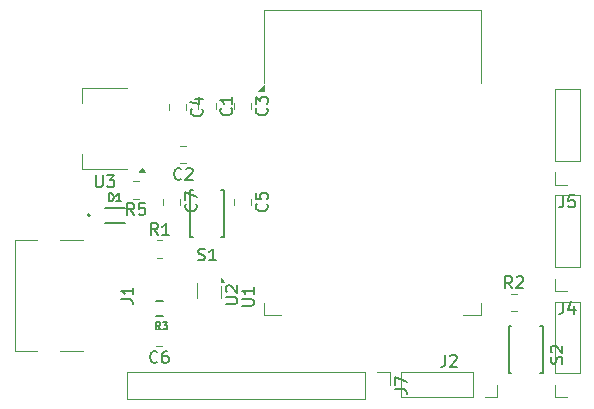
<source format=gbr>
%TF.GenerationSoftware,KiCad,Pcbnew,9.0.1*%
%TF.CreationDate,2025-07-10T19:48:23+10:00*%
%TF.ProjectId,esp-32-s3-wroom-1,6573702d-3332-42d7-9333-2d77726f6f6d,rev?*%
%TF.SameCoordinates,Original*%
%TF.FileFunction,Legend,Top*%
%TF.FilePolarity,Positive*%
%FSLAX46Y46*%
G04 Gerber Fmt 4.6, Leading zero omitted, Abs format (unit mm)*
G04 Created by KiCad (PCBNEW 9.0.1) date 2025-07-10 19:48:23*
%MOMM*%
%LPD*%
G01*
G04 APERTURE LIST*
%ADD10C,0.150000*%
%ADD11C,0.120000*%
%ADD12C,0.127000*%
%ADD13C,0.200000*%
G04 APERTURE END LIST*
D10*
X112232676Y-90249704D02*
X112946961Y-90249704D01*
X112946961Y-90249704D02*
X113089818Y-90297323D01*
X113089818Y-90297323D02*
X113185057Y-90392561D01*
X113185057Y-90392561D02*
X113232676Y-90535418D01*
X113232676Y-90535418D02*
X113232676Y-90630656D01*
X113232676Y-89249704D02*
X113232676Y-89821132D01*
X113232676Y-89535418D02*
X112232676Y-89535418D01*
X112232676Y-89535418D02*
X112375533Y-89630656D01*
X112375533Y-89630656D02*
X112470771Y-89725894D01*
X112470771Y-89725894D02*
X112518390Y-89821132D01*
X122454819Y-90811904D02*
X123264342Y-90811904D01*
X123264342Y-90811904D02*
X123359580Y-90764285D01*
X123359580Y-90764285D02*
X123407200Y-90716666D01*
X123407200Y-90716666D02*
X123454819Y-90621428D01*
X123454819Y-90621428D02*
X123454819Y-90430952D01*
X123454819Y-90430952D02*
X123407200Y-90335714D01*
X123407200Y-90335714D02*
X123359580Y-90288095D01*
X123359580Y-90288095D02*
X123264342Y-90240476D01*
X123264342Y-90240476D02*
X122454819Y-90240476D01*
X123454819Y-89240476D02*
X123454819Y-89811904D01*
X123454819Y-89526190D02*
X122454819Y-89526190D01*
X122454819Y-89526190D02*
X122597676Y-89621428D01*
X122597676Y-89621428D02*
X122692914Y-89716666D01*
X122692914Y-89716666D02*
X122740533Y-89811904D01*
X121539580Y-74054666D02*
X121587200Y-74102285D01*
X121587200Y-74102285D02*
X121634819Y-74245142D01*
X121634819Y-74245142D02*
X121634819Y-74340380D01*
X121634819Y-74340380D02*
X121587200Y-74483237D01*
X121587200Y-74483237D02*
X121491961Y-74578475D01*
X121491961Y-74578475D02*
X121396723Y-74626094D01*
X121396723Y-74626094D02*
X121206247Y-74673713D01*
X121206247Y-74673713D02*
X121063390Y-74673713D01*
X121063390Y-74673713D02*
X120872914Y-74626094D01*
X120872914Y-74626094D02*
X120777676Y-74578475D01*
X120777676Y-74578475D02*
X120682438Y-74483237D01*
X120682438Y-74483237D02*
X120634819Y-74340380D01*
X120634819Y-74340380D02*
X120634819Y-74245142D01*
X120634819Y-74245142D02*
X120682438Y-74102285D01*
X120682438Y-74102285D02*
X120730057Y-74054666D01*
X121634819Y-73102285D02*
X121634819Y-73673713D01*
X121634819Y-73387999D02*
X120634819Y-73387999D01*
X120634819Y-73387999D02*
X120777676Y-73483237D01*
X120777676Y-73483237D02*
X120872914Y-73578475D01*
X120872914Y-73578475D02*
X120920533Y-73673713D01*
X124539580Y-74054666D02*
X124587200Y-74102285D01*
X124587200Y-74102285D02*
X124634819Y-74245142D01*
X124634819Y-74245142D02*
X124634819Y-74340380D01*
X124634819Y-74340380D02*
X124587200Y-74483237D01*
X124587200Y-74483237D02*
X124491961Y-74578475D01*
X124491961Y-74578475D02*
X124396723Y-74626094D01*
X124396723Y-74626094D02*
X124206247Y-74673713D01*
X124206247Y-74673713D02*
X124063390Y-74673713D01*
X124063390Y-74673713D02*
X123872914Y-74626094D01*
X123872914Y-74626094D02*
X123777676Y-74578475D01*
X123777676Y-74578475D02*
X123682438Y-74483237D01*
X123682438Y-74483237D02*
X123634819Y-74340380D01*
X123634819Y-74340380D02*
X123634819Y-74245142D01*
X123634819Y-74245142D02*
X123682438Y-74102285D01*
X123682438Y-74102285D02*
X123730057Y-74054666D01*
X123634819Y-73721332D02*
X123634819Y-73102285D01*
X123634819Y-73102285D02*
X124015771Y-73435618D01*
X124015771Y-73435618D02*
X124015771Y-73292761D01*
X124015771Y-73292761D02*
X124063390Y-73197523D01*
X124063390Y-73197523D02*
X124111009Y-73149904D01*
X124111009Y-73149904D02*
X124206247Y-73102285D01*
X124206247Y-73102285D02*
X124444342Y-73102285D01*
X124444342Y-73102285D02*
X124539580Y-73149904D01*
X124539580Y-73149904D02*
X124587200Y-73197523D01*
X124587200Y-73197523D02*
X124634819Y-73292761D01*
X124634819Y-73292761D02*
X124634819Y-73578475D01*
X124634819Y-73578475D02*
X124587200Y-73673713D01*
X124587200Y-73673713D02*
X124539580Y-73721332D01*
X139666666Y-94954819D02*
X139666666Y-95669104D01*
X139666666Y-95669104D02*
X139619047Y-95811961D01*
X139619047Y-95811961D02*
X139523809Y-95907200D01*
X139523809Y-95907200D02*
X139380952Y-95954819D01*
X139380952Y-95954819D02*
X139285714Y-95954819D01*
X140095238Y-95050057D02*
X140142857Y-95002438D01*
X140142857Y-95002438D02*
X140238095Y-94954819D01*
X140238095Y-94954819D02*
X140476190Y-94954819D01*
X140476190Y-94954819D02*
X140571428Y-95002438D01*
X140571428Y-95002438D02*
X140619047Y-95050057D01*
X140619047Y-95050057D02*
X140666666Y-95145295D01*
X140666666Y-95145295D02*
X140666666Y-95240533D01*
X140666666Y-95240533D02*
X140619047Y-95383390D01*
X140619047Y-95383390D02*
X140047619Y-95954819D01*
X140047619Y-95954819D02*
X140666666Y-95954819D01*
X111225118Y-81918276D02*
X111225118Y-81278276D01*
X111225118Y-81278276D02*
X111377499Y-81278276D01*
X111377499Y-81278276D02*
X111468928Y-81308752D01*
X111468928Y-81308752D02*
X111529880Y-81369704D01*
X111529880Y-81369704D02*
X111560357Y-81430657D01*
X111560357Y-81430657D02*
X111590833Y-81552561D01*
X111590833Y-81552561D02*
X111590833Y-81643990D01*
X111590833Y-81643990D02*
X111560357Y-81765895D01*
X111560357Y-81765895D02*
X111529880Y-81826847D01*
X111529880Y-81826847D02*
X111468928Y-81887800D01*
X111468928Y-81887800D02*
X111377499Y-81918276D01*
X111377499Y-81918276D02*
X111225118Y-81918276D01*
X112200357Y-81918276D02*
X111834642Y-81918276D01*
X112017499Y-81918276D02*
X112017499Y-81278276D01*
X112017499Y-81278276D02*
X111956547Y-81369704D01*
X111956547Y-81369704D02*
X111895595Y-81430657D01*
X111895595Y-81430657D02*
X111834642Y-81461133D01*
X117333333Y-80039580D02*
X117285714Y-80087200D01*
X117285714Y-80087200D02*
X117142857Y-80134819D01*
X117142857Y-80134819D02*
X117047619Y-80134819D01*
X117047619Y-80134819D02*
X116904762Y-80087200D01*
X116904762Y-80087200D02*
X116809524Y-79991961D01*
X116809524Y-79991961D02*
X116761905Y-79896723D01*
X116761905Y-79896723D02*
X116714286Y-79706247D01*
X116714286Y-79706247D02*
X116714286Y-79563390D01*
X116714286Y-79563390D02*
X116761905Y-79372914D01*
X116761905Y-79372914D02*
X116809524Y-79277676D01*
X116809524Y-79277676D02*
X116904762Y-79182438D01*
X116904762Y-79182438D02*
X117047619Y-79134819D01*
X117047619Y-79134819D02*
X117142857Y-79134819D01*
X117142857Y-79134819D02*
X117285714Y-79182438D01*
X117285714Y-79182438D02*
X117333333Y-79230057D01*
X117714286Y-79230057D02*
X117761905Y-79182438D01*
X117761905Y-79182438D02*
X117857143Y-79134819D01*
X117857143Y-79134819D02*
X118095238Y-79134819D01*
X118095238Y-79134819D02*
X118190476Y-79182438D01*
X118190476Y-79182438D02*
X118238095Y-79230057D01*
X118238095Y-79230057D02*
X118285714Y-79325295D01*
X118285714Y-79325295D02*
X118285714Y-79420533D01*
X118285714Y-79420533D02*
X118238095Y-79563390D01*
X118238095Y-79563390D02*
X117666667Y-80134819D01*
X117666667Y-80134819D02*
X118285714Y-80134819D01*
X124539580Y-82166666D02*
X124587200Y-82214285D01*
X124587200Y-82214285D02*
X124634819Y-82357142D01*
X124634819Y-82357142D02*
X124634819Y-82452380D01*
X124634819Y-82452380D02*
X124587200Y-82595237D01*
X124587200Y-82595237D02*
X124491961Y-82690475D01*
X124491961Y-82690475D02*
X124396723Y-82738094D01*
X124396723Y-82738094D02*
X124206247Y-82785713D01*
X124206247Y-82785713D02*
X124063390Y-82785713D01*
X124063390Y-82785713D02*
X123872914Y-82738094D01*
X123872914Y-82738094D02*
X123777676Y-82690475D01*
X123777676Y-82690475D02*
X123682438Y-82595237D01*
X123682438Y-82595237D02*
X123634819Y-82452380D01*
X123634819Y-82452380D02*
X123634819Y-82357142D01*
X123634819Y-82357142D02*
X123682438Y-82214285D01*
X123682438Y-82214285D02*
X123730057Y-82166666D01*
X123634819Y-81261904D02*
X123634819Y-81738094D01*
X123634819Y-81738094D02*
X124111009Y-81785713D01*
X124111009Y-81785713D02*
X124063390Y-81738094D01*
X124063390Y-81738094D02*
X124015771Y-81642856D01*
X124015771Y-81642856D02*
X124015771Y-81404761D01*
X124015771Y-81404761D02*
X124063390Y-81309523D01*
X124063390Y-81309523D02*
X124111009Y-81261904D01*
X124111009Y-81261904D02*
X124206247Y-81214285D01*
X124206247Y-81214285D02*
X124444342Y-81214285D01*
X124444342Y-81214285D02*
X124539580Y-81261904D01*
X124539580Y-81261904D02*
X124587200Y-81309523D01*
X124587200Y-81309523D02*
X124634819Y-81404761D01*
X124634819Y-81404761D02*
X124634819Y-81642856D01*
X124634819Y-81642856D02*
X124587200Y-81738094D01*
X124587200Y-81738094D02*
X124539580Y-81785713D01*
X135434819Y-97873333D02*
X136149104Y-97873333D01*
X136149104Y-97873333D02*
X136291961Y-97920952D01*
X136291961Y-97920952D02*
X136387200Y-98016190D01*
X136387200Y-98016190D02*
X136434819Y-98159047D01*
X136434819Y-98159047D02*
X136434819Y-98254285D01*
X135434819Y-97492380D02*
X135434819Y-96825714D01*
X135434819Y-96825714D02*
X136434819Y-97254285D01*
X113333333Y-83104819D02*
X113000000Y-82628628D01*
X112761905Y-83104819D02*
X112761905Y-82104819D01*
X112761905Y-82104819D02*
X113142857Y-82104819D01*
X113142857Y-82104819D02*
X113238095Y-82152438D01*
X113238095Y-82152438D02*
X113285714Y-82200057D01*
X113285714Y-82200057D02*
X113333333Y-82295295D01*
X113333333Y-82295295D02*
X113333333Y-82438152D01*
X113333333Y-82438152D02*
X113285714Y-82533390D01*
X113285714Y-82533390D02*
X113238095Y-82581009D01*
X113238095Y-82581009D02*
X113142857Y-82628628D01*
X113142857Y-82628628D02*
X112761905Y-82628628D01*
X114238095Y-82104819D02*
X113761905Y-82104819D01*
X113761905Y-82104819D02*
X113714286Y-82581009D01*
X113714286Y-82581009D02*
X113761905Y-82533390D01*
X113761905Y-82533390D02*
X113857143Y-82485771D01*
X113857143Y-82485771D02*
X114095238Y-82485771D01*
X114095238Y-82485771D02*
X114190476Y-82533390D01*
X114190476Y-82533390D02*
X114238095Y-82581009D01*
X114238095Y-82581009D02*
X114285714Y-82676247D01*
X114285714Y-82676247D02*
X114285714Y-82914342D01*
X114285714Y-82914342D02*
X114238095Y-83009580D01*
X114238095Y-83009580D02*
X114190476Y-83057200D01*
X114190476Y-83057200D02*
X114095238Y-83104819D01*
X114095238Y-83104819D02*
X113857143Y-83104819D01*
X113857143Y-83104819D02*
X113761905Y-83057200D01*
X113761905Y-83057200D02*
X113714286Y-83009580D01*
X118738095Y-86907200D02*
X118880952Y-86954819D01*
X118880952Y-86954819D02*
X119119047Y-86954819D01*
X119119047Y-86954819D02*
X119214285Y-86907200D01*
X119214285Y-86907200D02*
X119261904Y-86859580D01*
X119261904Y-86859580D02*
X119309523Y-86764342D01*
X119309523Y-86764342D02*
X119309523Y-86669104D01*
X119309523Y-86669104D02*
X119261904Y-86573866D01*
X119261904Y-86573866D02*
X119214285Y-86526247D01*
X119214285Y-86526247D02*
X119119047Y-86478628D01*
X119119047Y-86478628D02*
X118928571Y-86431009D01*
X118928571Y-86431009D02*
X118833333Y-86383390D01*
X118833333Y-86383390D02*
X118785714Y-86335771D01*
X118785714Y-86335771D02*
X118738095Y-86240533D01*
X118738095Y-86240533D02*
X118738095Y-86145295D01*
X118738095Y-86145295D02*
X118785714Y-86050057D01*
X118785714Y-86050057D02*
X118833333Y-86002438D01*
X118833333Y-86002438D02*
X118928571Y-85954819D01*
X118928571Y-85954819D02*
X119166666Y-85954819D01*
X119166666Y-85954819D02*
X119309523Y-86002438D01*
X120261904Y-86954819D02*
X119690476Y-86954819D01*
X119976190Y-86954819D02*
X119976190Y-85954819D01*
X119976190Y-85954819D02*
X119880952Y-86097676D01*
X119880952Y-86097676D02*
X119785714Y-86192914D01*
X119785714Y-86192914D02*
X119690476Y-86240533D01*
X149542200Y-95686904D02*
X149589819Y-95544047D01*
X149589819Y-95544047D02*
X149589819Y-95305952D01*
X149589819Y-95305952D02*
X149542200Y-95210714D01*
X149542200Y-95210714D02*
X149494580Y-95163095D01*
X149494580Y-95163095D02*
X149399342Y-95115476D01*
X149399342Y-95115476D02*
X149304104Y-95115476D01*
X149304104Y-95115476D02*
X149208866Y-95163095D01*
X149208866Y-95163095D02*
X149161247Y-95210714D01*
X149161247Y-95210714D02*
X149113628Y-95305952D01*
X149113628Y-95305952D02*
X149066009Y-95496428D01*
X149066009Y-95496428D02*
X149018390Y-95591666D01*
X149018390Y-95591666D02*
X148970771Y-95639285D01*
X148970771Y-95639285D02*
X148875533Y-95686904D01*
X148875533Y-95686904D02*
X148780295Y-95686904D01*
X148780295Y-95686904D02*
X148685057Y-95639285D01*
X148685057Y-95639285D02*
X148637438Y-95591666D01*
X148637438Y-95591666D02*
X148589819Y-95496428D01*
X148589819Y-95496428D02*
X148589819Y-95258333D01*
X148589819Y-95258333D02*
X148637438Y-95115476D01*
X148685057Y-94734523D02*
X148637438Y-94686904D01*
X148637438Y-94686904D02*
X148589819Y-94591666D01*
X148589819Y-94591666D02*
X148589819Y-94353571D01*
X148589819Y-94353571D02*
X148637438Y-94258333D01*
X148637438Y-94258333D02*
X148685057Y-94210714D01*
X148685057Y-94210714D02*
X148780295Y-94163095D01*
X148780295Y-94163095D02*
X148875533Y-94163095D01*
X148875533Y-94163095D02*
X149018390Y-94210714D01*
X149018390Y-94210714D02*
X149589819Y-94782142D01*
X149589819Y-94782142D02*
X149589819Y-94163095D01*
X119039580Y-74129166D02*
X119087200Y-74176785D01*
X119087200Y-74176785D02*
X119134819Y-74319642D01*
X119134819Y-74319642D02*
X119134819Y-74414880D01*
X119134819Y-74414880D02*
X119087200Y-74557737D01*
X119087200Y-74557737D02*
X118991961Y-74652975D01*
X118991961Y-74652975D02*
X118896723Y-74700594D01*
X118896723Y-74700594D02*
X118706247Y-74748213D01*
X118706247Y-74748213D02*
X118563390Y-74748213D01*
X118563390Y-74748213D02*
X118372914Y-74700594D01*
X118372914Y-74700594D02*
X118277676Y-74652975D01*
X118277676Y-74652975D02*
X118182438Y-74557737D01*
X118182438Y-74557737D02*
X118134819Y-74414880D01*
X118134819Y-74414880D02*
X118134819Y-74319642D01*
X118134819Y-74319642D02*
X118182438Y-74176785D01*
X118182438Y-74176785D02*
X118230057Y-74129166D01*
X118468152Y-73272023D02*
X119134819Y-73272023D01*
X118087200Y-73510118D02*
X118801485Y-73748213D01*
X118801485Y-73748213D02*
X118801485Y-73129166D01*
X115295833Y-95539580D02*
X115248214Y-95587200D01*
X115248214Y-95587200D02*
X115105357Y-95634819D01*
X115105357Y-95634819D02*
X115010119Y-95634819D01*
X115010119Y-95634819D02*
X114867262Y-95587200D01*
X114867262Y-95587200D02*
X114772024Y-95491961D01*
X114772024Y-95491961D02*
X114724405Y-95396723D01*
X114724405Y-95396723D02*
X114676786Y-95206247D01*
X114676786Y-95206247D02*
X114676786Y-95063390D01*
X114676786Y-95063390D02*
X114724405Y-94872914D01*
X114724405Y-94872914D02*
X114772024Y-94777676D01*
X114772024Y-94777676D02*
X114867262Y-94682438D01*
X114867262Y-94682438D02*
X115010119Y-94634819D01*
X115010119Y-94634819D02*
X115105357Y-94634819D01*
X115105357Y-94634819D02*
X115248214Y-94682438D01*
X115248214Y-94682438D02*
X115295833Y-94730057D01*
X116152976Y-94634819D02*
X115962500Y-94634819D01*
X115962500Y-94634819D02*
X115867262Y-94682438D01*
X115867262Y-94682438D02*
X115819643Y-94730057D01*
X115819643Y-94730057D02*
X115724405Y-94872914D01*
X115724405Y-94872914D02*
X115676786Y-95063390D01*
X115676786Y-95063390D02*
X115676786Y-95444342D01*
X115676786Y-95444342D02*
X115724405Y-95539580D01*
X115724405Y-95539580D02*
X115772024Y-95587200D01*
X115772024Y-95587200D02*
X115867262Y-95634819D01*
X115867262Y-95634819D02*
X116057738Y-95634819D01*
X116057738Y-95634819D02*
X116152976Y-95587200D01*
X116152976Y-95587200D02*
X116200595Y-95539580D01*
X116200595Y-95539580D02*
X116248214Y-95444342D01*
X116248214Y-95444342D02*
X116248214Y-95206247D01*
X116248214Y-95206247D02*
X116200595Y-95111009D01*
X116200595Y-95111009D02*
X116152976Y-95063390D01*
X116152976Y-95063390D02*
X116057738Y-95015771D01*
X116057738Y-95015771D02*
X115867262Y-95015771D01*
X115867262Y-95015771D02*
X115772024Y-95063390D01*
X115772024Y-95063390D02*
X115724405Y-95111009D01*
X115724405Y-95111009D02*
X115676786Y-95206247D01*
X115530833Y-92788276D02*
X115317499Y-92483514D01*
X115165118Y-92788276D02*
X115165118Y-92148276D01*
X115165118Y-92148276D02*
X115408928Y-92148276D01*
X115408928Y-92148276D02*
X115469880Y-92178752D01*
X115469880Y-92178752D02*
X115500357Y-92209228D01*
X115500357Y-92209228D02*
X115530833Y-92270180D01*
X115530833Y-92270180D02*
X115530833Y-92361609D01*
X115530833Y-92361609D02*
X115500357Y-92422561D01*
X115500357Y-92422561D02*
X115469880Y-92453038D01*
X115469880Y-92453038D02*
X115408928Y-92483514D01*
X115408928Y-92483514D02*
X115165118Y-92483514D01*
X115744166Y-92148276D02*
X116140357Y-92148276D01*
X116140357Y-92148276D02*
X115927023Y-92392085D01*
X115927023Y-92392085D02*
X116018452Y-92392085D01*
X116018452Y-92392085D02*
X116079404Y-92422561D01*
X116079404Y-92422561D02*
X116109880Y-92453038D01*
X116109880Y-92453038D02*
X116140357Y-92513990D01*
X116140357Y-92513990D02*
X116140357Y-92666371D01*
X116140357Y-92666371D02*
X116109880Y-92727323D01*
X116109880Y-92727323D02*
X116079404Y-92757800D01*
X116079404Y-92757800D02*
X116018452Y-92788276D01*
X116018452Y-92788276D02*
X115835595Y-92788276D01*
X115835595Y-92788276D02*
X115774642Y-92757800D01*
X115774642Y-92757800D02*
X115744166Y-92727323D01*
X145333333Y-89304819D02*
X145000000Y-88828628D01*
X144761905Y-89304819D02*
X144761905Y-88304819D01*
X144761905Y-88304819D02*
X145142857Y-88304819D01*
X145142857Y-88304819D02*
X145238095Y-88352438D01*
X145238095Y-88352438D02*
X145285714Y-88400057D01*
X145285714Y-88400057D02*
X145333333Y-88495295D01*
X145333333Y-88495295D02*
X145333333Y-88638152D01*
X145333333Y-88638152D02*
X145285714Y-88733390D01*
X145285714Y-88733390D02*
X145238095Y-88781009D01*
X145238095Y-88781009D02*
X145142857Y-88828628D01*
X145142857Y-88828628D02*
X144761905Y-88828628D01*
X145714286Y-88400057D02*
X145761905Y-88352438D01*
X145761905Y-88352438D02*
X145857143Y-88304819D01*
X145857143Y-88304819D02*
X146095238Y-88304819D01*
X146095238Y-88304819D02*
X146190476Y-88352438D01*
X146190476Y-88352438D02*
X146238095Y-88400057D01*
X146238095Y-88400057D02*
X146285714Y-88495295D01*
X146285714Y-88495295D02*
X146285714Y-88590533D01*
X146285714Y-88590533D02*
X146238095Y-88733390D01*
X146238095Y-88733390D02*
X145666667Y-89304819D01*
X145666667Y-89304819D02*
X146285714Y-89304819D01*
X149666666Y-90454819D02*
X149666666Y-91169104D01*
X149666666Y-91169104D02*
X149619047Y-91311961D01*
X149619047Y-91311961D02*
X149523809Y-91407200D01*
X149523809Y-91407200D02*
X149380952Y-91454819D01*
X149380952Y-91454819D02*
X149285714Y-91454819D01*
X150571428Y-90788152D02*
X150571428Y-91454819D01*
X150333333Y-90407200D02*
X150095238Y-91121485D01*
X150095238Y-91121485D02*
X150714285Y-91121485D01*
X149666666Y-81454819D02*
X149666666Y-82169104D01*
X149666666Y-82169104D02*
X149619047Y-82311961D01*
X149619047Y-82311961D02*
X149523809Y-82407200D01*
X149523809Y-82407200D02*
X149380952Y-82454819D01*
X149380952Y-82454819D02*
X149285714Y-82454819D01*
X150619047Y-81454819D02*
X150142857Y-81454819D01*
X150142857Y-81454819D02*
X150095238Y-81931009D01*
X150095238Y-81931009D02*
X150142857Y-81883390D01*
X150142857Y-81883390D02*
X150238095Y-81835771D01*
X150238095Y-81835771D02*
X150476190Y-81835771D01*
X150476190Y-81835771D02*
X150571428Y-81883390D01*
X150571428Y-81883390D02*
X150619047Y-81931009D01*
X150619047Y-81931009D02*
X150666666Y-82026247D01*
X150666666Y-82026247D02*
X150666666Y-82264342D01*
X150666666Y-82264342D02*
X150619047Y-82359580D01*
X150619047Y-82359580D02*
X150571428Y-82407200D01*
X150571428Y-82407200D02*
X150476190Y-82454819D01*
X150476190Y-82454819D02*
X150238095Y-82454819D01*
X150238095Y-82454819D02*
X150142857Y-82407200D01*
X150142857Y-82407200D02*
X150095238Y-82359580D01*
X110088095Y-79754819D02*
X110088095Y-80564342D01*
X110088095Y-80564342D02*
X110135714Y-80659580D01*
X110135714Y-80659580D02*
X110183333Y-80707200D01*
X110183333Y-80707200D02*
X110278571Y-80754819D01*
X110278571Y-80754819D02*
X110469047Y-80754819D01*
X110469047Y-80754819D02*
X110564285Y-80707200D01*
X110564285Y-80707200D02*
X110611904Y-80659580D01*
X110611904Y-80659580D02*
X110659523Y-80564342D01*
X110659523Y-80564342D02*
X110659523Y-79754819D01*
X111040476Y-79754819D02*
X111659523Y-79754819D01*
X111659523Y-79754819D02*
X111326190Y-80135771D01*
X111326190Y-80135771D02*
X111469047Y-80135771D01*
X111469047Y-80135771D02*
X111564285Y-80183390D01*
X111564285Y-80183390D02*
X111611904Y-80231009D01*
X111611904Y-80231009D02*
X111659523Y-80326247D01*
X111659523Y-80326247D02*
X111659523Y-80564342D01*
X111659523Y-80564342D02*
X111611904Y-80659580D01*
X111611904Y-80659580D02*
X111564285Y-80707200D01*
X111564285Y-80707200D02*
X111469047Y-80754819D01*
X111469047Y-80754819D02*
X111183333Y-80754819D01*
X111183333Y-80754819D02*
X111088095Y-80707200D01*
X111088095Y-80707200D02*
X111040476Y-80659580D01*
X118539580Y-82166666D02*
X118587200Y-82214285D01*
X118587200Y-82214285D02*
X118634819Y-82357142D01*
X118634819Y-82357142D02*
X118634819Y-82452380D01*
X118634819Y-82452380D02*
X118587200Y-82595237D01*
X118587200Y-82595237D02*
X118491961Y-82690475D01*
X118491961Y-82690475D02*
X118396723Y-82738094D01*
X118396723Y-82738094D02*
X118206247Y-82785713D01*
X118206247Y-82785713D02*
X118063390Y-82785713D01*
X118063390Y-82785713D02*
X117872914Y-82738094D01*
X117872914Y-82738094D02*
X117777676Y-82690475D01*
X117777676Y-82690475D02*
X117682438Y-82595237D01*
X117682438Y-82595237D02*
X117634819Y-82452380D01*
X117634819Y-82452380D02*
X117634819Y-82357142D01*
X117634819Y-82357142D02*
X117682438Y-82214285D01*
X117682438Y-82214285D02*
X117730057Y-82166666D01*
X117634819Y-81833332D02*
X117634819Y-81166666D01*
X117634819Y-81166666D02*
X118634819Y-81595237D01*
X115333333Y-84804819D02*
X115000000Y-84328628D01*
X114761905Y-84804819D02*
X114761905Y-83804819D01*
X114761905Y-83804819D02*
X115142857Y-83804819D01*
X115142857Y-83804819D02*
X115238095Y-83852438D01*
X115238095Y-83852438D02*
X115285714Y-83900057D01*
X115285714Y-83900057D02*
X115333333Y-83995295D01*
X115333333Y-83995295D02*
X115333333Y-84138152D01*
X115333333Y-84138152D02*
X115285714Y-84233390D01*
X115285714Y-84233390D02*
X115238095Y-84281009D01*
X115238095Y-84281009D02*
X115142857Y-84328628D01*
X115142857Y-84328628D02*
X114761905Y-84328628D01*
X116285714Y-84804819D02*
X115714286Y-84804819D01*
X116000000Y-84804819D02*
X116000000Y-83804819D01*
X116000000Y-83804819D02*
X115904762Y-83947676D01*
X115904762Y-83947676D02*
X115809524Y-84042914D01*
X115809524Y-84042914D02*
X115714286Y-84090533D01*
X121077319Y-90626904D02*
X121886842Y-90626904D01*
X121886842Y-90626904D02*
X121982080Y-90579285D01*
X121982080Y-90579285D02*
X122029700Y-90531666D01*
X122029700Y-90531666D02*
X122077319Y-90436428D01*
X122077319Y-90436428D02*
X122077319Y-90245952D01*
X122077319Y-90245952D02*
X122029700Y-90150714D01*
X122029700Y-90150714D02*
X121982080Y-90103095D01*
X121982080Y-90103095D02*
X121886842Y-90055476D01*
X121886842Y-90055476D02*
X121077319Y-90055476D01*
X121172557Y-89626904D02*
X121124938Y-89579285D01*
X121124938Y-89579285D02*
X121077319Y-89484047D01*
X121077319Y-89484047D02*
X121077319Y-89245952D01*
X121077319Y-89245952D02*
X121124938Y-89150714D01*
X121124938Y-89150714D02*
X121172557Y-89103095D01*
X121172557Y-89103095D02*
X121267795Y-89055476D01*
X121267795Y-89055476D02*
X121363033Y-89055476D01*
X121363033Y-89055476D02*
X121505890Y-89103095D01*
X121505890Y-89103095D02*
X122077319Y-89674523D01*
X122077319Y-89674523D02*
X122077319Y-89055476D01*
D11*
%TO.C,J1*%
X109032857Y-94616371D02*
X107032857Y-94616371D01*
X109032857Y-85216371D02*
X107032857Y-85216371D01*
X105132857Y-94616371D02*
X103232857Y-94616371D01*
X105132857Y-85216371D02*
X103232857Y-85216371D01*
X103232857Y-85216371D02*
X103232857Y-94616371D01*
%TO.C,U1*%
X124300000Y-72625000D02*
X123800000Y-72625000D01*
X124300000Y-72125000D01*
X124300000Y-72625000D01*
G36*
X124300000Y-72625000D02*
G01*
X123800000Y-72625000D01*
X124300000Y-72125000D01*
X124300000Y-72625000D01*
G37*
X142700000Y-91600000D02*
X142700000Y-90600000D01*
X142700000Y-91600000D02*
X141200000Y-91600000D01*
X142700000Y-65750000D02*
X142700000Y-71950000D01*
X124300000Y-91600000D02*
X125800000Y-91600000D01*
X124300000Y-90600000D02*
X124300000Y-91600000D01*
X124300000Y-65750000D02*
X142700000Y-65750000D01*
X124300000Y-65750000D02*
X124300000Y-71950000D01*
%TO.C,C1*%
X120235000Y-73626748D02*
X120235000Y-74149252D01*
X118765000Y-73626748D02*
X118765000Y-74149252D01*
%TO.C,C3*%
X123235000Y-73626748D02*
X123235000Y-74149252D01*
X121765000Y-73626748D02*
X121765000Y-74149252D01*
%TO.C,J2*%
X135940000Y-96440000D02*
X135940000Y-98560000D01*
X142000000Y-96440000D02*
X135940000Y-96440000D01*
X142000000Y-96440000D02*
X142000000Y-98560000D01*
X142000000Y-98560000D02*
X135940000Y-98560000D01*
X144060000Y-97500000D02*
X144060000Y-98560000D01*
X144060000Y-98560000D02*
X143000000Y-98560000D01*
D12*
%TO.C,D1*%
X110847500Y-83780000D02*
X112547500Y-83780000D01*
X112547500Y-82480000D02*
X110847500Y-82480000D01*
D13*
X109597500Y-83130000D02*
G75*
G02*
X109397500Y-83130000I-100000J0D01*
G01*
X109397500Y-83130000D02*
G75*
G02*
X109597500Y-83130000I100000J0D01*
G01*
D11*
%TO.C,C2*%
X117761252Y-77265000D02*
X117238748Y-77265000D01*
X117761252Y-78735000D02*
X117238748Y-78735000D01*
%TO.C,C5*%
X121765000Y-81738748D02*
X121765000Y-82261252D01*
X123235000Y-81738748D02*
X123235000Y-82261252D01*
%TO.C,J7*%
X112760000Y-96430000D02*
X112760000Y-98650000D01*
X132870000Y-96430000D02*
X112760000Y-96430000D01*
X132870000Y-96430000D02*
X132870000Y-98650000D01*
X132870000Y-98650000D02*
X112760000Y-98650000D01*
X133870000Y-96430000D02*
X134980000Y-96430000D01*
X134980000Y-96430000D02*
X134980000Y-97540000D01*
%TO.C,R5*%
X113727064Y-80265000D02*
X113272936Y-80265000D01*
X113727064Y-81735000D02*
X113272936Y-81735000D01*
D12*
%TO.C,S1*%
X118050000Y-81000000D02*
X118280000Y-81000000D01*
X118050000Y-85000000D02*
X118050000Y-81000000D01*
X118050000Y-85000000D02*
X118280000Y-85000000D01*
X120720000Y-81000000D02*
X120950000Y-81000000D01*
X120950000Y-81000000D02*
X120950000Y-85000000D01*
X120950000Y-85000000D02*
X120720000Y-85000000D01*
%TO.C,S2*%
X145050000Y-92500000D02*
X145280000Y-92500000D01*
X145050000Y-96500000D02*
X145050000Y-92500000D01*
X145050000Y-96500000D02*
X145280000Y-96500000D01*
X147720000Y-92500000D02*
X147950000Y-92500000D01*
X147950000Y-92500000D02*
X147950000Y-96500000D01*
X147950000Y-96500000D02*
X147720000Y-96500000D01*
D11*
%TO.C,J3*%
X148940000Y-96500000D02*
X148940000Y-90440000D01*
X148940000Y-98560000D02*
X148940000Y-97500000D01*
X150000000Y-98560000D02*
X148940000Y-98560000D01*
X151060000Y-90440000D02*
X148940000Y-90440000D01*
X151060000Y-96500000D02*
X148940000Y-96500000D01*
X151060000Y-96500000D02*
X151060000Y-90440000D01*
%TO.C,C4*%
X116265000Y-73701248D02*
X116265000Y-74223752D01*
X117735000Y-73701248D02*
X117735000Y-74223752D01*
%TO.C,C6*%
X115723752Y-92765000D02*
X115201248Y-92765000D01*
X115723752Y-94235000D02*
X115201248Y-94235000D01*
D12*
%TO.C,R3*%
X115182500Y-90375000D02*
X115742500Y-90375000D01*
X115182500Y-91625000D02*
X115742500Y-91625000D01*
D11*
%TO.C,R2*%
X145272936Y-89765000D02*
X145727064Y-89765000D01*
X145272936Y-91235000D02*
X145727064Y-91235000D01*
%TO.C,J4*%
X148940000Y-87500000D02*
X148940000Y-81440000D01*
X148940000Y-89560000D02*
X148940000Y-88500000D01*
X150000000Y-89560000D02*
X148940000Y-89560000D01*
X151060000Y-81440000D02*
X148940000Y-81440000D01*
X151060000Y-87500000D02*
X148940000Y-87500000D01*
X151060000Y-87500000D02*
X151060000Y-81440000D01*
%TO.C,J5*%
X148940000Y-78500000D02*
X148940000Y-72440000D01*
X148940000Y-80560000D02*
X148940000Y-79500000D01*
X150000000Y-80560000D02*
X148940000Y-80560000D01*
X151060000Y-72440000D02*
X148940000Y-72440000D01*
X151060000Y-78500000D02*
X148940000Y-78500000D01*
X151060000Y-78500000D02*
X151060000Y-72440000D01*
%TO.C,U3*%
X108940000Y-72390000D02*
X108940000Y-73650000D01*
X108940000Y-79210000D02*
X108940000Y-77950000D01*
X112700000Y-72390000D02*
X108940000Y-72390000D01*
X112700000Y-79210000D02*
X108940000Y-79210000D01*
X114220000Y-79440000D02*
X113740000Y-79440000D01*
X113980000Y-79110000D01*
X114220000Y-79440000D01*
G36*
X114220000Y-79440000D02*
G01*
X113740000Y-79440000D01*
X113980000Y-79110000D01*
X114220000Y-79440000D01*
G37*
%TO.C,C7*%
X115765000Y-81738748D02*
X115765000Y-82261252D01*
X117235000Y-81738748D02*
X117235000Y-82261252D01*
%TO.C,R1*%
X115272936Y-85265000D02*
X115727064Y-85265000D01*
X115272936Y-86735000D02*
X115727064Y-86735000D01*
%TO.C,U2*%
X118670000Y-90165000D02*
X118670000Y-88865000D01*
X120650000Y-90165000D02*
X120650000Y-89115000D01*
X120930000Y-88745000D02*
X120650000Y-88745000D01*
X120650000Y-88465000D01*
X120930000Y-88745000D01*
G36*
X120930000Y-88745000D02*
G01*
X120650000Y-88745000D01*
X120650000Y-88465000D01*
X120930000Y-88745000D01*
G37*
%TD*%
M02*

</source>
